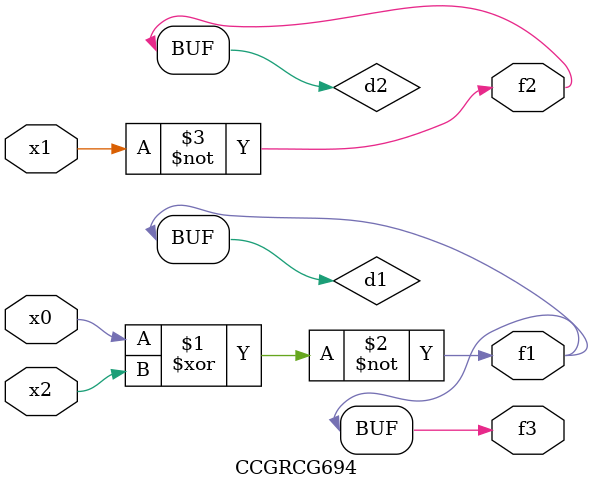
<source format=v>
module CCGRCG694(
	input x0, x1, x2,
	output f1, f2, f3
);

	wire d1, d2, d3;

	xnor (d1, x0, x2);
	nand (d2, x1);
	nor (d3, x1, x2);
	assign f1 = d1;
	assign f2 = d2;
	assign f3 = d1;
endmodule

</source>
